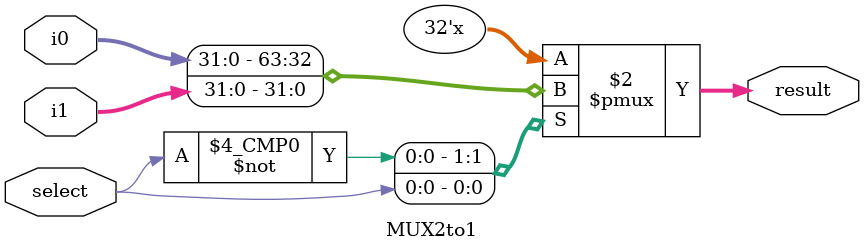
<source format=v>
module MUX2to1(i0, i1, select, result);

input [31:0] i0, i1;
input select;
output reg [31:0] result;

always @(*) begin

case (select)
1'b0: result = i0;
1'b1: result = i1;

endcase
end
endmodule
</source>
